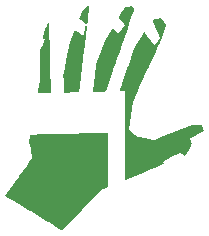
<source format=gbr>
%TF.GenerationSoftware,KiCad,Pcbnew,8.0.1*%
%TF.CreationDate,2025-01-13T07:12:32-05:00*%
%TF.ProjectId,glove-v3,676c6f76-652d-4763-932e-6b696361645f,rev?*%
%TF.SameCoordinates,Original*%
%TF.FileFunction,Legend,Bot*%
%TF.FilePolarity,Positive*%
%FSLAX46Y46*%
G04 Gerber Fmt 4.6, Leading zero omitted, Abs format (unit mm)*
G04 Created by KiCad (PCBNEW 8.0.1) date 2025-01-13 07:12:32*
%MOMM*%
%LPD*%
G01*
G04 APERTURE LIST*
%ADD10C,0.000000*%
%ADD11C,3.800000*%
%ADD12C,1.524000*%
G04 APERTURE END LIST*
D10*
%TO.C,G\u002A\u002A\u002A*%
G36*
X124965880Y-36462179D02*
G01*
X125216158Y-36478400D01*
X125435999Y-36668764D01*
X125516994Y-36740662D01*
X125593086Y-36814482D01*
X125635164Y-36865540D01*
X125644789Y-36895535D01*
X125641669Y-36908168D01*
X125629334Y-36961630D01*
X125608635Y-37052957D01*
X125580388Y-37178505D01*
X125545407Y-37334633D01*
X125504505Y-37517699D01*
X125458498Y-37724063D01*
X125408199Y-37950081D01*
X125354422Y-38192114D01*
X125297983Y-38446518D01*
X125240297Y-38706946D01*
X125181901Y-38971619D01*
X125131314Y-39202926D01*
X125087480Y-39406458D01*
X125049342Y-39587806D01*
X125015843Y-39752561D01*
X124985926Y-39906312D01*
X124958534Y-40054653D01*
X124932612Y-40203172D01*
X124907100Y-40357461D01*
X124880944Y-40523110D01*
X124853085Y-40705711D01*
X124822468Y-40910854D01*
X124788034Y-41144130D01*
X124772169Y-41252259D01*
X124740385Y-41471267D01*
X124711319Y-41674749D01*
X124685532Y-41858583D01*
X124663586Y-42018647D01*
X124646041Y-42150817D01*
X124633459Y-42250973D01*
X124626401Y-42314992D01*
X124625427Y-42338751D01*
X124628190Y-42340380D01*
X124662512Y-42351437D01*
X124726580Y-42368322D01*
X124809925Y-42388646D01*
X124902077Y-42410021D01*
X124992569Y-42430059D01*
X125070932Y-42446373D01*
X125126697Y-42456574D01*
X125149395Y-42458274D01*
X125155863Y-42442110D01*
X125176988Y-42387055D01*
X125211544Y-42296187D01*
X125258273Y-42172836D01*
X125315917Y-42020335D01*
X125383217Y-41842013D01*
X125458917Y-41641203D01*
X125541757Y-41421236D01*
X125630480Y-41185442D01*
X125723828Y-40937154D01*
X126293028Y-39422578D01*
X127084538Y-38022043D01*
X127192809Y-37830544D01*
X127317937Y-37609435D01*
X127435212Y-37402425D01*
X127542859Y-37212637D01*
X127639101Y-37043193D01*
X127722164Y-36897217D01*
X127790272Y-36777832D01*
X127841650Y-36688159D01*
X127874522Y-36631322D01*
X127887112Y-36610445D01*
X127892415Y-36608059D01*
X127932959Y-36597057D01*
X128006150Y-36580169D01*
X128103883Y-36559217D01*
X128218055Y-36536024D01*
X128537935Y-36472666D01*
X128582811Y-36525711D01*
X128591952Y-36536506D01*
X128632140Y-36583912D01*
X128692270Y-36654802D01*
X128765868Y-36741543D01*
X128846460Y-36836504D01*
X128885250Y-36882430D01*
X128956400Y-36967959D01*
X129013488Y-37038321D01*
X129051452Y-37087226D01*
X129065232Y-37108385D01*
X129065045Y-37109601D01*
X129058253Y-37130788D01*
X129041379Y-37177905D01*
X129013988Y-37252089D01*
X128975647Y-37354479D01*
X128925921Y-37486213D01*
X128864376Y-37648430D01*
X128790577Y-37842268D01*
X128704090Y-38068864D01*
X128604481Y-38329357D01*
X128491315Y-38624886D01*
X128364158Y-38956588D01*
X128222576Y-39325602D01*
X128066133Y-39733065D01*
X127894397Y-40180118D01*
X127706933Y-40667896D01*
X127623301Y-40885513D01*
X127512464Y-41174086D01*
X127406886Y-41449150D01*
X127307653Y-41707867D01*
X127215851Y-41947400D01*
X127132566Y-42164912D01*
X127058883Y-42357565D01*
X126995888Y-42522523D01*
X126944666Y-42656947D01*
X126906304Y-42758001D01*
X126881887Y-42822846D01*
X126872500Y-42848647D01*
X126872174Y-42849924D01*
X126878061Y-42872980D01*
X126909194Y-42901496D01*
X126970976Y-42939379D01*
X127068811Y-42990535D01*
X127132984Y-43021453D01*
X127210796Y-43054918D01*
X127267292Y-43074275D01*
X127293322Y-43076039D01*
X127297037Y-43069763D01*
X127318507Y-43028415D01*
X127357402Y-42951253D01*
X127412227Y-42841306D01*
X127481485Y-42701607D01*
X127563680Y-42535187D01*
X127657317Y-42345076D01*
X127760899Y-42134306D01*
X127872931Y-41905908D01*
X127991916Y-41662915D01*
X128116358Y-41408355D01*
X128921926Y-39759150D01*
X129402164Y-38985034D01*
X129524752Y-38788333D01*
X129643480Y-38600424D01*
X129746698Y-38440652D01*
X129838203Y-38303442D01*
X129921797Y-38183220D01*
X130001280Y-38074412D01*
X130080451Y-37971441D01*
X130163111Y-37868735D01*
X130443819Y-37526553D01*
X130567909Y-37526419D01*
X130571140Y-37526411D01*
X130658451Y-37524299D01*
X130766717Y-37519199D01*
X130873278Y-37512170D01*
X131054557Y-37498055D01*
X131250829Y-37748228D01*
X131301996Y-37812370D01*
X131353822Y-37877467D01*
X131391520Y-37931057D01*
X131415348Y-37979981D01*
X131425568Y-38031082D01*
X131422440Y-38091202D01*
X131406223Y-38167182D01*
X131377177Y-38265866D01*
X131335563Y-38394094D01*
X131281642Y-38558709D01*
X131235115Y-38700173D01*
X131159504Y-38920894D01*
X131080333Y-39140027D01*
X130995662Y-39362157D01*
X130903555Y-39591865D01*
X130802074Y-39833736D01*
X130689280Y-40092351D01*
X130563236Y-40372294D01*
X130422005Y-40678148D01*
X130263648Y-41014494D01*
X130086228Y-41385917D01*
X129987550Y-41591603D01*
X129871494Y-41834689D01*
X129769524Y-42050192D01*
X129678395Y-42245355D01*
X129594860Y-42427422D01*
X129515672Y-42603636D01*
X129437585Y-42781242D01*
X129357353Y-42967483D01*
X129271729Y-43169602D01*
X129177467Y-43394844D01*
X129071320Y-43650452D01*
X128675582Y-44605794D01*
X128470434Y-45734672D01*
X128265285Y-46863551D01*
X128525020Y-47102331D01*
X128568342Y-47142171D01*
X128663486Y-47229745D01*
X128749835Y-47309325D01*
X128819303Y-47373457D01*
X128863807Y-47414687D01*
X128868642Y-47419137D01*
X128893037Y-47439377D01*
X128921737Y-47457683D01*
X128959667Y-47475576D01*
X129011750Y-47494573D01*
X129082909Y-47516194D01*
X129178070Y-47541958D01*
X129302157Y-47573384D01*
X129460093Y-47611990D01*
X129656802Y-47659296D01*
X130370745Y-47830329D01*
X130486495Y-47784806D01*
X130520091Y-47771433D01*
X130593875Y-47741876D01*
X130702497Y-47698271D01*
X130842378Y-47642055D01*
X131009940Y-47574669D01*
X131201607Y-47497551D01*
X131413799Y-47412142D01*
X131642941Y-47319879D01*
X131885454Y-47222202D01*
X132137760Y-47120551D01*
X133673275Y-46501818D01*
X133845180Y-46501818D01*
X133886157Y-46502135D01*
X134000603Y-46504870D01*
X134129603Y-46509808D01*
X134252291Y-46516210D01*
X134487497Y-46530601D01*
X134594801Y-46887731D01*
X134620992Y-46975941D01*
X134652109Y-47083973D01*
X134675970Y-47170763D01*
X134690606Y-47229090D01*
X134694048Y-47251736D01*
X134682104Y-47260000D01*
X134637255Y-47290224D01*
X134564076Y-47339239D01*
X134467729Y-47403594D01*
X134353377Y-47479838D01*
X134226181Y-47564520D01*
X133766371Y-47870431D01*
X133440845Y-48458533D01*
X133115320Y-49046634D01*
X132687688Y-49227097D01*
X132680435Y-49230157D01*
X132604791Y-49262001D01*
X132490789Y-49309915D01*
X132341095Y-49372782D01*
X132158374Y-49449483D01*
X131945292Y-49538899D01*
X131704513Y-49639914D01*
X131438704Y-49751410D01*
X131150530Y-49872267D01*
X130842657Y-50001369D01*
X130517750Y-50137597D01*
X130178474Y-50279833D01*
X129827496Y-50426960D01*
X129467480Y-50577859D01*
X129101093Y-50731412D01*
X125942128Y-52055264D01*
X124303110Y-53755323D01*
X122664091Y-55455382D01*
X122594299Y-55414143D01*
X122593765Y-55413826D01*
X122562944Y-55395273D01*
X122497450Y-55355636D01*
X122400090Y-55296624D01*
X122273674Y-55219943D01*
X122121010Y-55127299D01*
X121944908Y-55020399D01*
X121748176Y-54900951D01*
X121533623Y-54770661D01*
X121304058Y-54631236D01*
X121062290Y-54484382D01*
X120811129Y-54331806D01*
X120553382Y-54175216D01*
X120291859Y-54016318D01*
X120029368Y-53856818D01*
X119768719Y-53698424D01*
X119512720Y-53542843D01*
X119264181Y-53391780D01*
X119025910Y-53246944D01*
X118800716Y-53110040D01*
X118591408Y-52982776D01*
X118400795Y-52866858D01*
X118231686Y-52763994D01*
X118086890Y-52675889D01*
X117969215Y-52604251D01*
X117881471Y-52550786D01*
X117826466Y-52517202D01*
X117807010Y-52505205D01*
X117815011Y-52492790D01*
X117847411Y-52446806D01*
X117902912Y-52369385D01*
X117979615Y-52263139D01*
X118075623Y-52130677D01*
X118189039Y-51974612D01*
X118317963Y-51797553D01*
X118460500Y-51602113D01*
X118614749Y-51390902D01*
X118778815Y-51166531D01*
X118950798Y-50931612D01*
X119113375Y-50709441D01*
X119313866Y-50434655D01*
X119489103Y-50193406D01*
X119640053Y-49984327D01*
X119767680Y-49806049D01*
X119872951Y-49657205D01*
X119956831Y-49536425D01*
X120020285Y-49442341D01*
X120064281Y-49373586D01*
X120089782Y-49328792D01*
X120097756Y-49306589D01*
X120097413Y-49302140D01*
X120091188Y-49257144D01*
X120078064Y-49175508D01*
X120059089Y-49063342D01*
X120035308Y-48926757D01*
X120007770Y-48771861D01*
X119977519Y-48604766D01*
X119859597Y-47959038D01*
X119975671Y-47078971D01*
X119980639Y-47041431D01*
X120005828Y-46855425D01*
X120031306Y-46675533D01*
X120057929Y-46496746D01*
X120086550Y-46314050D01*
X120118025Y-46122436D01*
X120153207Y-45916892D01*
X120192952Y-45692406D01*
X120238113Y-45443967D01*
X120289547Y-45166565D01*
X120348106Y-44855187D01*
X120414647Y-44504822D01*
X120737549Y-42810741D01*
X120748279Y-41599080D01*
X120759009Y-40387419D01*
X120962149Y-39402406D01*
X121165289Y-38417392D01*
X121326276Y-38173916D01*
X121487264Y-37930440D01*
X121683254Y-37930440D01*
X121879245Y-37930440D01*
X122112957Y-38201347D01*
X122346669Y-38472254D01*
X122226924Y-39474713D01*
X122107178Y-40477172D01*
X122156284Y-41587861D01*
X122157963Y-41625721D01*
X122167787Y-41842514D01*
X122177295Y-42044711D01*
X122186261Y-42227991D01*
X122194460Y-42388036D01*
X122201663Y-42520524D01*
X122207646Y-42621136D01*
X122212182Y-42685552D01*
X122215044Y-42709452D01*
X122215220Y-42709593D01*
X122239811Y-42707251D01*
X122296479Y-42696091D01*
X122374414Y-42678735D01*
X122462804Y-42657802D01*
X122550839Y-42635914D01*
X122627708Y-42615693D01*
X122682601Y-42599759D01*
X122704706Y-42590733D01*
X122707413Y-42577345D01*
X122717878Y-42523588D01*
X122735574Y-42431989D01*
X122759823Y-42306065D01*
X122789950Y-42149340D01*
X122825278Y-41965333D01*
X122865132Y-41757566D01*
X122908834Y-41529558D01*
X122955708Y-41284832D01*
X123005079Y-41026907D01*
X123303489Y-39467454D01*
X123819170Y-38210917D01*
X124334852Y-36954380D01*
X124525227Y-36700169D01*
X124715603Y-36445958D01*
X124965880Y-36462179D01*
G37*
%TD*%
%LPC*%
%TO.C,G\u002A\u002A\u002A*%
G36*
X125771818Y-35870050D02*
G01*
X125798502Y-35893454D01*
X125852872Y-35944668D01*
X125931786Y-36020576D01*
X126032102Y-36118057D01*
X126150677Y-36233993D01*
X126284371Y-36365265D01*
X126430040Y-36508753D01*
X126584542Y-36661340D01*
X126744736Y-36819905D01*
X126907479Y-36981331D01*
X127069630Y-37142497D01*
X127228046Y-37300286D01*
X127379585Y-37451577D01*
X127521105Y-37593253D01*
X127649464Y-37722194D01*
X127761520Y-37835281D01*
X127854131Y-37929395D01*
X127924154Y-38001418D01*
X127968448Y-38048230D01*
X127983870Y-38066712D01*
X127978562Y-38076974D01*
X127948940Y-38116356D01*
X127898181Y-38178144D01*
X127831864Y-38256050D01*
X127755566Y-38343785D01*
X127674866Y-38435060D01*
X127595340Y-38523587D01*
X127522567Y-38603075D01*
X127462124Y-38667237D01*
X127419589Y-38709783D01*
X127400540Y-38724424D01*
X127399434Y-38723947D01*
X127372304Y-38706112D01*
X127313805Y-38664923D01*
X127228003Y-38603329D01*
X127118963Y-38524274D01*
X126990754Y-38430706D01*
X126847442Y-38325571D01*
X126693093Y-38211817D01*
X126667101Y-38192632D01*
X126514948Y-38080892D01*
X126374880Y-37978964D01*
X126250880Y-37889680D01*
X126146933Y-37815874D01*
X126067023Y-37760377D01*
X126015134Y-37726023D01*
X125995250Y-37715645D01*
X125994263Y-37719641D01*
X125988140Y-37759496D01*
X125977138Y-37839480D01*
X125961645Y-37956458D01*
X125942048Y-38107295D01*
X125918736Y-38288855D01*
X125892098Y-38498002D01*
X125862521Y-38731602D01*
X125830393Y-38986519D01*
X125796104Y-39259618D01*
X125760041Y-39547763D01*
X125722592Y-39847819D01*
X125684145Y-40156651D01*
X125645090Y-40471123D01*
X125605813Y-40788100D01*
X125566704Y-41104447D01*
X125528151Y-41417028D01*
X125490541Y-41722707D01*
X125454263Y-42018351D01*
X125419706Y-42300823D01*
X125387257Y-42566988D01*
X125357304Y-42813710D01*
X125330237Y-43037854D01*
X125306443Y-43236286D01*
X125286310Y-43405868D01*
X125270226Y-43543467D01*
X125258581Y-43645947D01*
X125251762Y-43710172D01*
X125250157Y-43733008D01*
X125270555Y-43734064D01*
X125328771Y-43733544D01*
X125417255Y-43731578D01*
X125528495Y-43728439D01*
X125654977Y-43724399D01*
X125789189Y-43719728D01*
X125923619Y-43714701D01*
X126050753Y-43709587D01*
X126163080Y-43704659D01*
X126253086Y-43700189D01*
X126313259Y-43696449D01*
X126336087Y-43693710D01*
X126336154Y-43693565D01*
X126344879Y-43669284D01*
X126367597Y-43604987D01*
X126403540Y-43502864D01*
X126451941Y-43365106D01*
X126512033Y-43193901D01*
X126583047Y-42991440D01*
X126664216Y-42759913D01*
X126754773Y-42501511D01*
X126853950Y-42218422D01*
X126960980Y-41912838D01*
X127075095Y-41586948D01*
X127195528Y-41242942D01*
X127321511Y-40883010D01*
X127452277Y-40509342D01*
X127587058Y-40124129D01*
X127596289Y-40097742D01*
X127730888Y-39713135D01*
X127861486Y-39340173D01*
X127987312Y-38981050D01*
X128107592Y-38637959D01*
X128221557Y-38313096D01*
X128328434Y-38008654D01*
X128427452Y-37726828D01*
X128517838Y-37469812D01*
X128598822Y-37239800D01*
X128669632Y-37038987D01*
X128729496Y-36869567D01*
X128777642Y-36733734D01*
X128813299Y-36633682D01*
X128835695Y-36571605D01*
X128844058Y-36549699D01*
X128845784Y-36548794D01*
X128878658Y-36542628D01*
X128945546Y-36534264D01*
X129037710Y-36524461D01*
X129146410Y-36513976D01*
X129262907Y-36503568D01*
X129378463Y-36493996D01*
X129484338Y-36486016D01*
X129571792Y-36480388D01*
X129632088Y-36477869D01*
X129656486Y-36479218D01*
X129664473Y-36492615D01*
X129690783Y-36542697D01*
X129733064Y-36625781D01*
X129789325Y-36737799D01*
X129857570Y-36874684D01*
X129935806Y-37032368D01*
X130022039Y-37206784D01*
X130114276Y-37393864D01*
X130210522Y-37589540D01*
X130308784Y-37789745D01*
X130407068Y-37990412D01*
X130503381Y-38187471D01*
X130595728Y-38376857D01*
X130682115Y-38554501D01*
X130760550Y-38716335D01*
X130829037Y-38858293D01*
X130885584Y-38976306D01*
X130928196Y-39066307D01*
X130954880Y-39124228D01*
X130963643Y-39146002D01*
X130963617Y-39146069D01*
X130947164Y-39168145D01*
X130905891Y-39218293D01*
X130844522Y-39290920D01*
X130767785Y-39380432D01*
X130680407Y-39481233D01*
X130403659Y-39798853D01*
X129884166Y-39068786D01*
X129844055Y-39012525D01*
X129732780Y-38857617D01*
X129630356Y-38716719D01*
X129539614Y-38593613D01*
X129463381Y-38492080D01*
X129404487Y-38415902D01*
X129365760Y-38368861D01*
X129350030Y-38354739D01*
X129349357Y-38356108D01*
X129337668Y-38387294D01*
X129312636Y-38457095D01*
X129275341Y-38562399D01*
X129226865Y-38700091D01*
X129168289Y-38867058D01*
X129100694Y-39060187D01*
X129025162Y-39276363D01*
X128942774Y-39512473D01*
X128854612Y-39765404D01*
X128761756Y-40032041D01*
X128665288Y-40309271D01*
X128566290Y-40593981D01*
X128465841Y-40883056D01*
X128365025Y-41173384D01*
X128264922Y-41461850D01*
X128166613Y-41745340D01*
X128071180Y-42020742D01*
X127979704Y-42284941D01*
X127893266Y-42534824D01*
X127812948Y-42767277D01*
X127739830Y-42979186D01*
X127674995Y-43167439D01*
X127619523Y-43328920D01*
X127574497Y-43460518D01*
X127540996Y-43559116D01*
X127520102Y-43621604D01*
X127512898Y-43644865D01*
X127525858Y-43648142D01*
X127575393Y-43651662D01*
X127653360Y-43654060D01*
X127750529Y-43654947D01*
X127988161Y-43654947D01*
X127974572Y-44322482D01*
X127974262Y-44338682D01*
X127972772Y-44442146D01*
X127971270Y-44587120D01*
X127969767Y-44770823D01*
X127968273Y-44990472D01*
X127966800Y-45243287D01*
X127965360Y-45526485D01*
X127963964Y-45837285D01*
X127962622Y-46172904D01*
X127961346Y-46530563D01*
X127960148Y-46907478D01*
X127959039Y-47300868D01*
X127958029Y-47707951D01*
X127957131Y-48125946D01*
X127956355Y-48552071D01*
X127955712Y-48983544D01*
X127950442Y-52977070D01*
X128230919Y-53015102D01*
X128345742Y-53029949D01*
X128452447Y-53042434D01*
X128538525Y-53051165D01*
X128592079Y-53054836D01*
X128618252Y-53051031D01*
X128666312Y-53036465D01*
X128736992Y-53009956D01*
X128832823Y-52970401D01*
X128956338Y-52916697D01*
X129110067Y-52847741D01*
X129296542Y-52762432D01*
X129518294Y-52659666D01*
X129777854Y-52538340D01*
X129959194Y-52453322D01*
X130171126Y-52354110D01*
X130348435Y-52271482D01*
X130494571Y-52204017D01*
X130612981Y-52150293D01*
X130707117Y-52108888D01*
X130780428Y-52078383D01*
X130836364Y-52057354D01*
X130878373Y-52044382D01*
X130909907Y-52038044D01*
X130934414Y-52036919D01*
X130955344Y-52039587D01*
X130976146Y-52044625D01*
X130982223Y-52046319D01*
X131030436Y-52060969D01*
X131116391Y-52087916D01*
X131236206Y-52125918D01*
X131386001Y-52173733D01*
X131561898Y-52230116D01*
X131760016Y-52293825D01*
X131976475Y-52363616D01*
X132207394Y-52438247D01*
X132448895Y-52516474D01*
X132530795Y-52543019D01*
X132765349Y-52618878D01*
X132985820Y-52689945D01*
X133188634Y-52755084D01*
X133370217Y-52813154D01*
X133526996Y-52863020D01*
X133655399Y-52903544D01*
X133751850Y-52933587D01*
X133812777Y-52952011D01*
X133834605Y-52957680D01*
X133833321Y-52955429D01*
X133811305Y-52926367D01*
X133763555Y-52865695D01*
X133692003Y-52775811D01*
X133598580Y-52659117D01*
X133485220Y-52518011D01*
X133353853Y-52354894D01*
X133206411Y-52172164D01*
X133044827Y-51972222D01*
X132871032Y-51757467D01*
X132686958Y-51530299D01*
X132494538Y-51293117D01*
X131148308Y-49634717D01*
X131886994Y-49270128D01*
X132625680Y-48905539D01*
X133378918Y-49288788D01*
X133402543Y-49300802D01*
X133569997Y-49385595D01*
X133723631Y-49462769D01*
X133859093Y-49530184D01*
X133972029Y-49585697D01*
X134058086Y-49627166D01*
X134112913Y-49652450D01*
X134132155Y-49659407D01*
X134126713Y-49640427D01*
X134108617Y-49582579D01*
X134079165Y-49490173D01*
X134039734Y-49367475D01*
X133991699Y-49218752D01*
X133936435Y-49048271D01*
X133875318Y-48860299D01*
X133809722Y-48659103D01*
X133487289Y-47671429D01*
X133557293Y-47629451D01*
X133575183Y-47618803D01*
X133652885Y-47573596D01*
X133752108Y-47516987D01*
X133866791Y-47452322D01*
X133990873Y-47382946D01*
X134118294Y-47312204D01*
X134242993Y-47243441D01*
X134358911Y-47180003D01*
X134459985Y-47125236D01*
X134540156Y-47082484D01*
X134593364Y-47055093D01*
X134613548Y-47046408D01*
X134614651Y-47049092D01*
X134625999Y-47084521D01*
X134648439Y-47157940D01*
X134680837Y-47265497D01*
X134722058Y-47403339D01*
X134770970Y-47567615D01*
X134826438Y-47754470D01*
X134887328Y-47960054D01*
X134952507Y-48180513D01*
X135020841Y-48411994D01*
X135091196Y-48650646D01*
X135162438Y-48892616D01*
X135233433Y-49134050D01*
X135303048Y-49371097D01*
X135370149Y-49599904D01*
X135433602Y-49816618D01*
X135492273Y-50017388D01*
X135545029Y-50198359D01*
X135590735Y-50355681D01*
X135628258Y-50485499D01*
X135656463Y-50583962D01*
X135674218Y-50647218D01*
X135680389Y-50671413D01*
X135679053Y-50674001D01*
X135651526Y-50697169D01*
X135592733Y-50738671D01*
X135508355Y-50794712D01*
X135404072Y-50861498D01*
X135285564Y-50935231D01*
X134890740Y-51177571D01*
X134808753Y-51132354D01*
X134794887Y-51124738D01*
X134738752Y-51094044D01*
X134651282Y-51046309D01*
X134537999Y-50984546D01*
X134404426Y-50911762D01*
X134256085Y-50830970D01*
X134098498Y-50745179D01*
X134014108Y-50699241D01*
X133866494Y-50618862D01*
X133734089Y-50546730D01*
X133621736Y-50485487D01*
X133534275Y-50437772D01*
X133476549Y-50406224D01*
X133453401Y-50393484D01*
X133450612Y-50392008D01*
X133436572Y-50393689D01*
X133447587Y-50408577D01*
X133484943Y-50456007D01*
X133546786Y-50533516D01*
X133631093Y-50638597D01*
X133735844Y-50768744D01*
X133859016Y-50921451D01*
X133998587Y-51094212D01*
X134152537Y-51284520D01*
X134318843Y-51489869D01*
X134495484Y-51707753D01*
X134680437Y-51935666D01*
X135924302Y-53467701D01*
X135677878Y-53940873D01*
X135646245Y-54001655D01*
X135570079Y-54148304D01*
X135496781Y-54289821D01*
X135430827Y-54417543D01*
X135376691Y-54522809D01*
X135338851Y-54596957D01*
X135316840Y-54638930D01*
X135275581Y-54709620D01*
X135242106Y-54756792D01*
X135222108Y-54771915D01*
X135191813Y-54762617D01*
X135120609Y-54741586D01*
X135014155Y-54710550D01*
X134876012Y-54670527D01*
X134709745Y-54622534D01*
X134518915Y-54567589D01*
X134307086Y-54506710D01*
X134077821Y-54440915D01*
X133834682Y-54371222D01*
X133581233Y-54298648D01*
X133321036Y-54224212D01*
X133057654Y-54148931D01*
X132794651Y-54073823D01*
X132535588Y-53999907D01*
X132284029Y-53928199D01*
X132043537Y-53859718D01*
X131817674Y-53795482D01*
X131610005Y-53736508D01*
X131424090Y-53683815D01*
X131263494Y-53638419D01*
X131131779Y-53601340D01*
X131032508Y-53573594D01*
X130969244Y-53556201D01*
X130945550Y-53550177D01*
X130939495Y-53551864D01*
X130897963Y-53568561D01*
X130821279Y-53601705D01*
X130713322Y-53649549D01*
X130577974Y-53710344D01*
X130419117Y-53782342D01*
X130240632Y-53863793D01*
X130046400Y-53952950D01*
X129840303Y-54048065D01*
X128764281Y-54545953D01*
X127641840Y-54452582D01*
X127592081Y-54448432D01*
X127374986Y-54430084D01*
X127172634Y-54412592D01*
X126989307Y-54396353D01*
X126829290Y-54381764D01*
X126696867Y-54369218D01*
X126596321Y-54359114D01*
X126531937Y-54351846D01*
X126507998Y-54347810D01*
X126507283Y-54338125D01*
X126506545Y-54287662D01*
X126506274Y-54196233D01*
X126506452Y-54066234D01*
X126507063Y-53900060D01*
X126508089Y-53700104D01*
X126509514Y-53468762D01*
X126511321Y-53208428D01*
X126513492Y-52921497D01*
X126516012Y-52610363D01*
X126518863Y-52277421D01*
X126522028Y-51925066D01*
X126525490Y-51555691D01*
X126529232Y-51171692D01*
X126533238Y-50775464D01*
X126535799Y-50523671D01*
X126539635Y-50134886D01*
X126543192Y-49759841D01*
X126546455Y-49400930D01*
X126549406Y-49060549D01*
X126552028Y-48741093D01*
X126554306Y-48444955D01*
X126556222Y-48174532D01*
X126557759Y-47932219D01*
X126558901Y-47720409D01*
X126559632Y-47541498D01*
X126559934Y-47397881D01*
X126559791Y-47291954D01*
X126559186Y-47226109D01*
X126558103Y-47202744D01*
X126544807Y-47202346D01*
X126489871Y-47202750D01*
X126394955Y-47204158D01*
X126262841Y-47206503D01*
X126096311Y-47209719D01*
X125898148Y-47213742D01*
X125671132Y-47218505D01*
X125418047Y-47223943D01*
X125141673Y-47229991D01*
X124844794Y-47236582D01*
X124530192Y-47243652D01*
X124200648Y-47251135D01*
X123858944Y-47258965D01*
X123507863Y-47267077D01*
X123150186Y-47275405D01*
X122788696Y-47283884D01*
X122426175Y-47292448D01*
X122065405Y-47301032D01*
X121709167Y-47309569D01*
X121360245Y-47317995D01*
X121021419Y-47326244D01*
X120695472Y-47334250D01*
X120385187Y-47341949D01*
X120093344Y-47349273D01*
X119822727Y-47356158D01*
X119576117Y-47362539D01*
X119356296Y-47368349D01*
X119166047Y-47373523D01*
X119008151Y-47377996D01*
X118885391Y-47381702D01*
X118800548Y-47384575D01*
X118756405Y-47386551D01*
X118672261Y-47392087D01*
X118672427Y-47167112D01*
X118672614Y-47149974D01*
X118674918Y-47073620D01*
X118679664Y-46958493D01*
X118686624Y-46809020D01*
X118695567Y-46629627D01*
X118706266Y-46424741D01*
X118718489Y-46198786D01*
X118732007Y-45956191D01*
X118746592Y-45701380D01*
X118762014Y-45438781D01*
X118769828Y-45307361D01*
X118784631Y-45058166D01*
X118798515Y-44824111D01*
X118811262Y-44608904D01*
X118822652Y-44416251D01*
X118832467Y-44249859D01*
X118840488Y-44113436D01*
X118846497Y-44010688D01*
X118850274Y-43945323D01*
X118851601Y-43921048D01*
X118867490Y-43914973D01*
X118919984Y-43906709D01*
X119000454Y-43898169D01*
X119099878Y-43890463D01*
X119347989Y-43874255D01*
X119332991Y-43153161D01*
X119317993Y-42432067D01*
X118512456Y-40515725D01*
X118490887Y-40464406D01*
X118375075Y-40188623D01*
X118264675Y-39925337D01*
X118160888Y-39677436D01*
X118064915Y-39447804D01*
X117977956Y-39239327D01*
X117901214Y-39054892D01*
X117835888Y-38897384D01*
X117783181Y-38769688D01*
X117744293Y-38674692D01*
X117720425Y-38615279D01*
X117712779Y-38594338D01*
X117724689Y-38586735D01*
X117769459Y-38559125D01*
X117841361Y-38515139D01*
X117933973Y-38458707D01*
X118040872Y-38393754D01*
X118363105Y-38198214D01*
X119756698Y-38725559D01*
X119867036Y-38767372D01*
X120099671Y-38855931D01*
X120318109Y-38939626D01*
X120518873Y-39017093D01*
X120698486Y-39086969D01*
X120853470Y-39147891D01*
X120980349Y-39198495D01*
X121075645Y-39237419D01*
X121135881Y-39263298D01*
X121157580Y-39274771D01*
X121156970Y-39281618D01*
X121144580Y-39324333D01*
X121118750Y-39399622D01*
X121081755Y-39501181D01*
X121035868Y-39622708D01*
X120983361Y-39757896D01*
X120801853Y-40219154D01*
X120013701Y-39950681D01*
X120001556Y-39946546D01*
X119823377Y-39886186D01*
X119658944Y-39831052D01*
X119513041Y-39782705D01*
X119390448Y-39742707D01*
X119295947Y-39712617D01*
X119234321Y-39693998D01*
X119210350Y-39688410D01*
X119210283Y-39690269D01*
X119221012Y-39722102D01*
X119247836Y-39790638D01*
X119289297Y-39892408D01*
X119343940Y-40023944D01*
X119410308Y-40181777D01*
X119486944Y-40362440D01*
X119572391Y-40562462D01*
X119665195Y-40778376D01*
X119763898Y-41006714D01*
X120332644Y-42318816D01*
X120296759Y-43078126D01*
X120290462Y-43214886D01*
X120283155Y-43384256D01*
X120277208Y-43535019D01*
X120272800Y-43661932D01*
X120270108Y-43759753D01*
X120269311Y-43823239D01*
X120270587Y-43847148D01*
X120281458Y-43848320D01*
X120330975Y-43848724D01*
X120414466Y-43847649D01*
X120525369Y-43845310D01*
X120657118Y-43841923D01*
X120803151Y-43837706D01*
X120956904Y-43832875D01*
X121111812Y-43827647D01*
X121261312Y-43822238D01*
X121398840Y-43816864D01*
X121517832Y-43811742D01*
X121611725Y-43807090D01*
X121673955Y-43803122D01*
X121697957Y-43800056D01*
X121698040Y-43799926D01*
X121698785Y-43774648D01*
X121697682Y-43709776D01*
X121694899Y-43610312D01*
X121690601Y-43481256D01*
X121684955Y-43327611D01*
X121678127Y-43154379D01*
X121670282Y-42966560D01*
X121666228Y-42865765D01*
X121660314Y-42700200D01*
X121653978Y-42504087D01*
X121647281Y-42280443D01*
X121640285Y-42032283D01*
X121633052Y-41762624D01*
X121625645Y-41474482D01*
X121618125Y-41170875D01*
X121610555Y-40854818D01*
X121602997Y-40529327D01*
X121595513Y-40197419D01*
X121588165Y-39862111D01*
X121581015Y-39526419D01*
X121574126Y-39193359D01*
X121567560Y-38865948D01*
X121561378Y-38547202D01*
X121555644Y-38240138D01*
X121550418Y-37947772D01*
X121545764Y-37673120D01*
X121541743Y-37419198D01*
X121538417Y-37189024D01*
X121535849Y-36985614D01*
X121534101Y-36811984D01*
X121533235Y-36671150D01*
X121533313Y-36566129D01*
X121534397Y-36499937D01*
X121536550Y-36475591D01*
X121541258Y-36473372D01*
X121582104Y-36463087D01*
X121658209Y-36447940D01*
X121762798Y-36429165D01*
X121889097Y-36407994D01*
X122030331Y-36385663D01*
X122505097Y-36312715D01*
X123567345Y-37126632D01*
X123750343Y-37266877D01*
X123931980Y-37406138D01*
X124100128Y-37535117D01*
X124251624Y-37651385D01*
X124383306Y-37752512D01*
X124492010Y-37836071D01*
X124574574Y-37899631D01*
X124627835Y-37940764D01*
X124648630Y-37957040D01*
X124650267Y-37965222D01*
X124646470Y-38010969D01*
X124634393Y-38090743D01*
X124615150Y-38198119D01*
X124589855Y-38326675D01*
X124559623Y-38469986D01*
X124530692Y-38600962D01*
X124498143Y-38741166D01*
X124472007Y-38843245D01*
X124451311Y-38910648D01*
X124435077Y-38946822D01*
X124422331Y-38955216D01*
X124400065Y-38942308D01*
X124343532Y-38907240D01*
X124256818Y-38852539D01*
X124143756Y-38780649D01*
X124008178Y-38694015D01*
X123853919Y-38595082D01*
X123684811Y-38486292D01*
X123504688Y-38370092D01*
X123329864Y-38257417D01*
X123162106Y-38149819D01*
X123009716Y-38052606D01*
X122876405Y-37968121D01*
X122765884Y-37898705D01*
X122681867Y-37846701D01*
X122628063Y-37814452D01*
X122608185Y-37804300D01*
X122608035Y-37806178D01*
X122608449Y-37840558D01*
X122610295Y-37915748D01*
X122613466Y-38028577D01*
X122617854Y-38175871D01*
X122623353Y-38354462D01*
X122629856Y-38561176D01*
X122637256Y-38792842D01*
X122645446Y-39046290D01*
X122654319Y-39318347D01*
X122663769Y-39605843D01*
X122673688Y-39905605D01*
X122683969Y-40214463D01*
X122694505Y-40529245D01*
X122705190Y-40846779D01*
X122715917Y-41163895D01*
X122726579Y-41477420D01*
X122737068Y-41784184D01*
X122747278Y-42081015D01*
X122757102Y-42364741D01*
X122766433Y-42632192D01*
X122775164Y-42880196D01*
X122783188Y-43105580D01*
X122790399Y-43305175D01*
X122796689Y-43475808D01*
X122801951Y-43614309D01*
X122806079Y-43717505D01*
X122808965Y-43782225D01*
X122810503Y-43805299D01*
X122829956Y-43806424D01*
X122887839Y-43804949D01*
X122977242Y-43801064D01*
X123091241Y-43795204D01*
X123222917Y-43787806D01*
X123365347Y-43779303D01*
X123511610Y-43770130D01*
X123654785Y-43760723D01*
X123787949Y-43751516D01*
X123904181Y-43742945D01*
X123996560Y-43735444D01*
X124058165Y-43729448D01*
X124082072Y-43725393D01*
X124082132Y-43725302D01*
X124086377Y-43700188D01*
X124095581Y-43632911D01*
X124109461Y-43525784D01*
X124127736Y-43381125D01*
X124150125Y-43201250D01*
X124176345Y-42988473D01*
X124206115Y-42745112D01*
X124239152Y-42473483D01*
X124275176Y-42175900D01*
X124313905Y-41854681D01*
X124355057Y-41512140D01*
X124398350Y-41150595D01*
X124443502Y-40772360D01*
X124490232Y-40379753D01*
X124538259Y-39975088D01*
X124539232Y-39966872D01*
X124587309Y-39561709D01*
X124634113Y-39168228D01*
X124679360Y-38788778D01*
X124722765Y-38425708D01*
X124764044Y-38081367D01*
X124802912Y-37758104D01*
X124839085Y-37458267D01*
X124872279Y-37184206D01*
X124902208Y-36938270D01*
X124928588Y-36722808D01*
X124951136Y-36540168D01*
X124969566Y-36392699D01*
X124983594Y-36282752D01*
X124992935Y-36212674D01*
X124997305Y-36184814D01*
X124997561Y-36183981D01*
X125009240Y-36162093D01*
X125033875Y-36140495D01*
X125077399Y-36116323D01*
X125145746Y-36086709D01*
X125244850Y-36048790D01*
X125380644Y-35999699D01*
X125480005Y-35964582D01*
X125590107Y-35926419D01*
X125679987Y-35896109D01*
X125742317Y-35876116D01*
X125769769Y-35868905D01*
X125771818Y-35870050D01*
G37*
%TD*%
D11*
%TO.C,REF\u002A\u002A*%
X114050000Y-34550000D03*
%TD*%
D12*
%TO.C,U1*%
X176150000Y-38150000D03*
X173610000Y-38150000D03*
X171070000Y-38150000D03*
X168530000Y-38150000D03*
X165990000Y-38150000D03*
X163450000Y-38150000D03*
X160910000Y-38150000D03*
X160910000Y-53542400D03*
X163450000Y-53542400D03*
X165990000Y-53542400D03*
X168530000Y-53542400D03*
X171070000Y-53542400D03*
X173610000Y-53542400D03*
X176150000Y-53542400D03*
%TD*%
D11*
%TO.C,REF\u002A\u002A*%
X114050000Y-57050000D03*
%TD*%
%TO.C,REF\u002A\u002A*%
X178050000Y-57050000D03*
%TD*%
%TO.C,REF\u002A\u002A*%
X178050000Y-34550000D03*
%TD*%
%LPD*%
M02*

</source>
